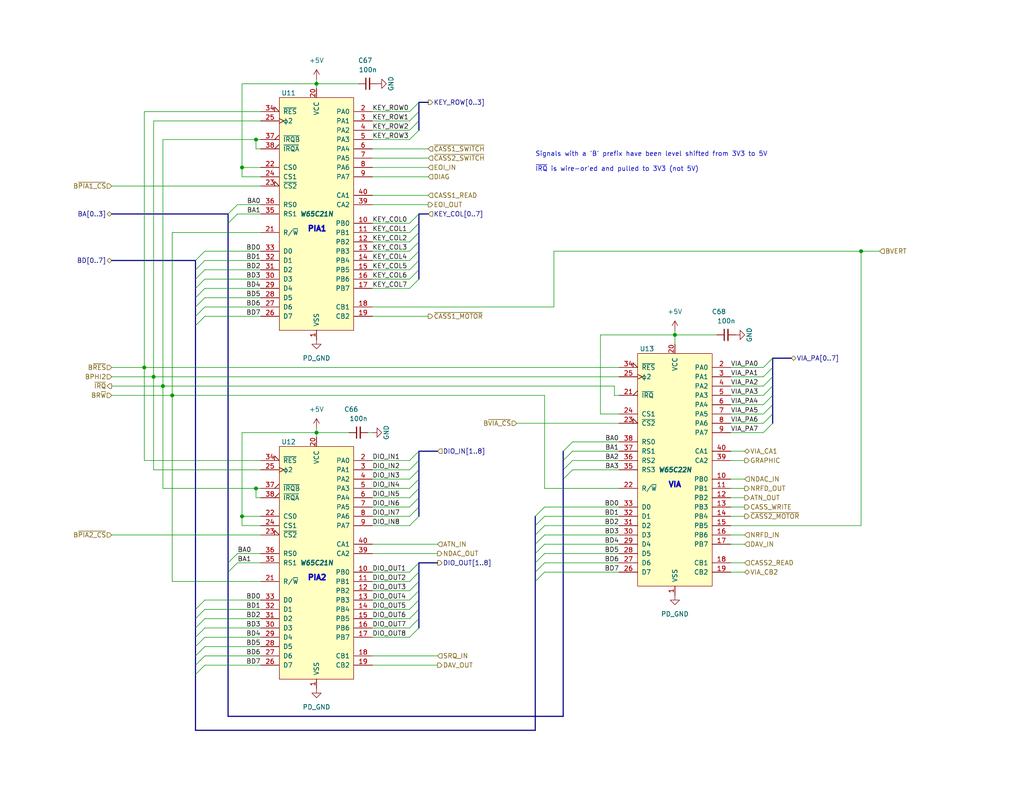
<source format=kicad_sch>
(kicad_sch (version 20211123) (generator eeschema)
  (paper "A")
  (title_block (title "EconoPET 40/8096") (date "2023-11-21") (rev "B"))
  (lib_symbols
    (symbol "Device:C_Small" (pin_numbers hide) (pin_names (offset 0.254) hide)
      (property "Reference" "C" (at 0.254 1.778 0))
      (property "Value" "C_Small" (at 0.254 -2.032 0))
      (symbol "C_Small_0_1"
        (polyline (pts (xy -1.524 -0.508) (xy 1.524 -0.508)) (stroke (width 0.3302)))
        (polyline (pts (xy -1.524 0.508) (xy 1.524 0.508)) (stroke (width 0.3048)))
      )
      (symbol "C_Small_1_1"
        (pin passive line (at 0 2.54 270) (length 2.032) (name "~") (number "1"))
        (pin passive line (at 0 -2.54 90) (length 2.032) (name "~") (number "2"))
      )
    )
    (symbol "Mainboard-rescue:W65C21NxP-PET" (pin_names (offset 1.016))
      (property "Reference" "U" (at -10.16 33.02 0))
      (property "Value" "W65C21NxP-PET" (at 0 0 90))
      (symbol "W65C21NxP-PET_0_1"
        (rectangle (start -10.16 31.75) (end 10.16 -31.75) (fill (type background)))
      )
      (symbol "W65C21NxP-PET_1_1"
        (pin power_in line (at 0 -34.29 90) (length 2.54) (name "VSS") (number "1"))
        (pin bidirectional line (at 15.24 -2.54 180) (length 5.08) (name "PB0") (number "10"))
        (pin bidirectional line (at 15.24 -5.08 180) (length 5.08) (name "PB1") (number "11"))
        (pin bidirectional line (at 15.24 -7.62 180) (length 5.08) (name "PB2") (number "12"))
        (pin bidirectional line (at 15.24 -10.16 180) (length 5.08) (name "PB3") (number "13"))
        (pin bidirectional line (at 15.24 -12.7 180) (length 5.08) (name "PB4") (number "14"))
        (pin bidirectional line (at 15.24 -15.24 180) (length 5.08) (name "PB5") (number "15"))
        (pin bidirectional line (at 15.24 -17.78 180) (length 5.08) (name "PB6") (number "16"))
        (pin bidirectional line (at 15.24 -20.32 180) (length 5.08) (name "PB7") (number "17"))
        (pin input line (at 15.24 -25.4 180) (length 5.08) (name "CB1") (number "18"))
        (pin bidirectional line (at 15.24 -27.94 180) (length 5.08) (name "CB2") (number "19"))
        (pin bidirectional line (at 15.24 27.94 180) (length 5.08) (name "PA0") (number "2"))
        (pin power_in line (at 0 34.29 270) (length 2.54) (name "VCC") (number "20"))
        (pin input line (at -15.24 -5.08 0) (length 5.08) (name "R/~{W}") (number "21"))
        (pin input line (at -15.24 12.7 0) (length 5.08) (name "CS0") (number "22"))
        (pin input input_low (at -15.24 7.62 0) (length 5.08) (name "~{CS2}") (number "23"))
        (pin input line (at -15.24 10.16 0) (length 5.08) (name "CS1") (number "24"))
        (pin input clock (at -15.24 25.4 0) (length 5.08) (name "ϕ2") (number "25"))
        (pin bidirectional line (at -15.24 -27.94 0) (length 5.08) (name "D7") (number "26"))
        (pin bidirectional line (at -15.24 -25.4 0) (length 5.08) (name "D6") (number "27"))
        (pin bidirectional line (at -15.24 -22.86 0) (length 5.08) (name "D5") (number "28"))
        (pin bidirectional line (at -15.24 -20.32 0) (length 5.08) (name "D4") (number "29"))
        (pin bidirectional line (at 15.24 25.4 180) (length 5.08) (name "PA1") (number "3"))
        (pin bidirectional line (at -15.24 -17.78 0) (length 5.08) (name "D3") (number "30"))
        (pin bidirectional line (at -15.24 -15.24 0) (length 5.08) (name "D2") (number "31"))
        (pin bidirectional line (at -15.24 -12.7 0) (length 5.08) (name "D1") (number "32"))
        (pin bidirectional line (at -15.24 -10.16 0) (length 5.08) (name "D0") (number "33"))
        (pin input input_low (at -15.24 27.94 0) (length 5.08) (name "~{RES}") (number "34"))
        (pin input line (at -15.24 0 0) (length 5.08) (name "RS1") (number "35"))
        (pin input line (at -15.24 2.54 0) (length 5.08) (name "RS0") (number "36"))
        (pin open_collector output_low (at -15.24 20.32 0) (length 5.08) (name "~{IRQB}") (number "37"))
        (pin open_collector output_low (at -15.24 17.78 0) (length 5.08) (name "~{IRQA}") (number "38"))
        (pin bidirectional line (at 15.24 2.54 180) (length 5.08) (name "CA2") (number "39"))
        (pin bidirectional line (at 15.24 22.86 180) (length 5.08) (name "PA2") (number "4"))
        (pin input line (at 15.24 5.08 180) (length 5.08) (name "CA1") (number "40"))
        (pin bidirectional line (at 15.24 20.32 180) (length 5.08) (name "PA3") (number "5"))
        (pin bidirectional line (at 15.24 17.78 180) (length 5.08) (name "PA4") (number "6"))
        (pin bidirectional line (at 15.24 15.24 180) (length 5.08) (name "PA5") (number "7"))
        (pin bidirectional line (at 15.24 12.7 180) (length 5.08) (name "PA6") (number "8"))
        (pin bidirectional line (at 15.24 10.16 180) (length 5.08) (name "PA7") (number "9"))
      )
    )
    (symbol "Mainboard-rescue:W65C22NxP-PET" (pin_names (offset 1.016))
      (property "Reference" "U" (at -10.16 33.02 0))
      (property "Value" "W65C22NxP-PET" (at 0 0 90))
      (symbol "W65C22NxP-PET_0_1"
        (rectangle (start -10.16 31.75) (end 10.16 -31.75) (fill (type background)))
      )
      (symbol "W65C22NxP-PET_1_1"
        (pin power_in line (at 0 -34.29 90) (length 2.54) (name "VSS") (number "1"))
        (pin bidirectional line (at 15.24 -2.54 180) (length 5.08) (name "PB0") (number "10"))
        (pin bidirectional line (at 15.24 -5.08 180) (length 5.08) (name "PB1") (number "11"))
        (pin bidirectional line (at 15.24 -7.62 180) (length 5.08) (name "PB2") (number "12"))
        (pin bidirectional line (at 15.24 -10.16 180) (length 5.08) (name "PB3") (number "13"))
        (pin bidirectional line (at 15.24 -12.7 180) (length 5.08) (name "PB4") (number "14"))
        (pin bidirectional line (at 15.24 -15.24 180) (length 5.08) (name "PB5") (number "15"))
        (pin bidirectional line (at 15.24 -17.78 180) (length 5.08) (name "PB6") (number "16"))
        (pin bidirectional line (at 15.24 -20.32 180) (length 5.08) (name "PB7") (number "17"))
        (pin input line (at 15.24 -25.4 180) (length 5.08) (name "CB1") (number "18"))
        (pin bidirectional line (at 15.24 -27.94 180) (length 5.08) (name "CB2") (number "19"))
        (pin bidirectional line (at 15.24 27.94 180) (length 5.08) (name "PA0") (number "2"))
        (pin power_in line (at 0 34.29 270) (length 2.54) (name "VCC") (number "20"))
        (pin open_collector output_low (at -15.24 20.32 0) (length 5.08) (name "~{IRQ}") (number "21"))
        (pin input line (at -15.24 -5.08 0) (length 5.08) (name "R/~{W}") (number "22"))
        (pin input input_low (at -15.24 12.7 0) (length 5.08) (name "~{CS2}") (number "23"))
        (pin input line (at -15.24 15.24 0) (length 5.08) (name "CS1") (number "24"))
        (pin input clock (at -15.24 25.4 0) (length 5.08) (name "ϕ2") (number "25"))
        (pin bidirectional line (at -15.24 -27.94 0) (length 5.08) (name "D7") (number "26"))
        (pin bidirectional line (at -15.24 -25.4 0) (length 5.08) (name "D6") (number "27"))
        (pin bidirectional line (at -15.24 -22.86 0) (length 5.08) (name "D5") (number "28"))
        (pin bidirectional line (at -15.24 -20.32 0) (length 5.08) (name "D4") (number "29"))
        (pin bidirectional line (at 15.24 25.4 180) (length 5.08) (name "PA1") (number "3"))
        (pin bidirectional line (at -15.24 -17.78 0) (length 5.08) (name "D3") (number "30"))
        (pin bidirectional line (at -15.24 -15.24 0) (length 5.08) (name "D2") (number "31"))
        (pin bidirectional line (at -15.24 -12.7 0) (length 5.08) (name "D1") (number "32"))
        (pin bidirectional line (at -15.24 -10.16 0) (length 5.08) (name "D0") (number "33"))
        (pin input input_low (at -15.24 27.94 0) (length 5.08) (name "~{RES}") (number "34"))
        (pin input line (at -15.24 0 0) (length 5.08) (name "RS3") (number "35"))
        (pin input line (at -15.24 2.54 0) (length 5.08) (name "RS2") (number "36"))
        (pin input line (at -15.24 5.08 0) (length 5.08) (name "RS1") (number "37"))
        (pin input line (at -15.24 7.62 0) (length 5.08) (name "RS0") (number "38"))
        (pin bidirectional line (at 15.24 2.54 180) (length 5.08) (name "CA2") (number "39"))
        (pin bidirectional line (at 15.24 22.86 180) (length 5.08) (name "PA2") (number "4"))
        (pin input line (at 15.24 5.08 180) (length 5.08) (name "CA1") (number "40"))
        (pin bidirectional line (at 15.24 20.32 180) (length 5.08) (name "PA3") (number "5"))
        (pin bidirectional line (at 15.24 17.78 180) (length 5.08) (name "PA4") (number "6"))
        (pin bidirectional line (at 15.24 15.24 180) (length 5.08) (name "PA5") (number "7"))
        (pin bidirectional line (at 15.24 12.7 180) (length 5.08) (name "PA6") (number "8"))
        (pin bidirectional line (at 15.24 10.16 180) (length 5.08) (name "PA7") (number "9"))
      )
    )
    (symbol "PET:PD_GND" (power) (pin_names (offset 0))
      (property "Value" "PD_GND" (at 0 -3.81 0))
      (symbol "PD_GND_0_1"
        (polyline (pts (xy 0 0) (xy 0 -1.27) (xy 1.27 -1.27) (xy 0 -2.54) (xy -1.27 -1.27) (xy 0 -1.27)))
      )
      (symbol "PD_GND_1_1"
        (pin power_in line (at 0 0 270) (length 0) hide (name "PD_GND") (number "1"))
      )
    )
    (symbol "power:+5V" (power) (pin_names (offset 0))
      (property "Value" "+5V" (at 0 3.556 0))
      (symbol "+5V_0_1"
        (polyline (pts (xy -0.762 1.27) (xy 0 2.54)))
        (polyline (pts (xy 0 0) (xy 0 2.54)))
        (polyline (pts (xy 0 2.54) (xy 0.762 1.27)))
      )
      (symbol "+5V_1_1"
        (pin power_in line (at 0 0 90) (length 0) hide (name "+5V") (number "1"))
      )
    )
    (symbol "power:GND" (power) (pin_names (offset 0))
      (property "Value" "GND" (at 0 -3.81 0))
      (symbol "GND_0_1"
        (polyline (pts (xy 0 0) (xy 0 -1.27) (xy 1.27 -1.27) (xy 0 -2.54) (xy -1.27 -1.27) (xy 0 -1.27)))
      )
      (symbol "GND_1_1"
        (pin power_in line (at 0 0 270) (length 0) hide (name "GND") (number "1"))
      )
    )
  )
  (junction (at 66.04 140.97))
  (junction (at 184.15 91.44))
  (junction (at 86.36 22.86))
  (junction (at 86.36 118.11))
  (junction (at 69.85 133.35))
  (junction (at 44.45 105.41))
  (junction (at 69.85 38.1))
  (junction (at 234.95 68.58))
  (junction (at 41.91 102.87))
  (junction (at 66.04 45.72))
  (junction (at 46.99 107.95))
  (junction (at 39.37 100.33))
  (bus_entry (at 55.88 163.83) (size -2.54 2.54))
  (bus_entry (at 55.88 86.36) (size -2.54 2.54))
  (bus_entry (at 156.21 120.65) (size -2.54 2.54))
  (bus_entry (at 111.76 76.2) (size 2.54 -2.54))
  (bus_entry (at 114.3 161.29) (size -2.54 2.54))
  (bus_entry (at 208.28 115.57) (size 2.54 -2.54))
  (bus_entry (at 64.77 58.42) (size -2.54 2.54))
  (bus_entry (at 148.59 153.67) (size -2.54 2.54))
  (bus_entry (at 55.88 166.37) (size -2.54 2.54))
  (bus_entry (at 208.28 105.41) (size 2.54 -2.54))
  (bus_entry (at 114.3 158.75) (size -2.54 2.54))
  (bus_entry (at 208.28 100.33) (size 2.54 -2.54))
  (bus_entry (at 114.3 27.94) (size -2.54 2.54))
  (bus_entry (at 111.76 78.74) (size 2.54 -2.54))
  (bus_entry (at 114.3 30.48) (size -2.54 2.54))
  (bus_entry (at 55.88 73.66) (size -2.54 2.54))
  (bus_entry (at 148.59 138.43) (size -2.54 2.54))
  (bus_entry (at 111.76 71.12) (size 2.54 -2.54))
  (bus_entry (at 114.3 35.56) (size -2.54 2.54))
  (bus_entry (at 111.76 60.96) (size 2.54 -2.54))
  (bus_entry (at 114.3 133.35) (size -2.54 2.54))
  (bus_entry (at 114.3 140.97) (size -2.54 2.54))
  (bus_entry (at 208.28 118.11) (size 2.54 -2.54))
  (bus_entry (at 64.77 151.13) (size -2.54 2.54))
  (bus_entry (at 111.76 73.66) (size 2.54 -2.54))
  (bus_entry (at 55.88 78.74) (size -2.54 2.54))
  (bus_entry (at 114.3 168.91) (size -2.54 2.54))
  (bus_entry (at 156.21 123.19) (size -2.54 2.54))
  (bus_entry (at 114.3 128.27) (size -2.54 2.54))
  (bus_entry (at 114.3 33.02) (size -2.54 2.54))
  (bus_entry (at 208.28 107.95) (size 2.54 -2.54))
  (bus_entry (at 55.88 83.82) (size -2.54 2.54))
  (bus_entry (at 114.3 138.43) (size -2.54 2.54))
  (bus_entry (at 55.88 173.99) (size -2.54 2.54))
  (bus_entry (at 148.59 143.51) (size -2.54 2.54))
  (bus_entry (at 148.59 140.97) (size -2.54 2.54))
  (bus_entry (at 148.59 156.21) (size -2.54 2.54))
  (bus_entry (at 148.59 146.05) (size -2.54 2.54))
  (bus_entry (at 111.76 63.5) (size 2.54 -2.54))
  (bus_entry (at 114.3 123.19) (size -2.54 2.54))
  (bus_entry (at 114.3 166.37) (size -2.54 2.54))
  (bus_entry (at 156.21 128.27) (size -2.54 2.54))
  (bus_entry (at 208.28 110.49) (size 2.54 -2.54))
  (bus_entry (at 156.21 125.73) (size -2.54 2.54))
  (bus_entry (at 55.88 168.91) (size -2.54 2.54))
  (bus_entry (at 111.76 68.58) (size 2.54 -2.54))
  (bus_entry (at 64.77 153.67) (size -2.54 2.54))
  (bus_entry (at 114.3 163.83) (size -2.54 2.54))
  (bus_entry (at 55.88 176.53) (size -2.54 2.54))
  (bus_entry (at 55.88 76.2) (size -2.54 2.54))
  (bus_entry (at 55.88 179.07) (size -2.54 2.54))
  (bus_entry (at 55.88 171.45) (size -2.54 2.54))
  (bus_entry (at 148.59 148.59) (size -2.54 2.54))
  (bus_entry (at 55.88 68.58) (size -2.54 2.54))
  (bus_entry (at 114.3 171.45) (size -2.54 2.54))
  (bus_entry (at 114.3 130.81) (size -2.54 2.54))
  (bus_entry (at 114.3 156.21) (size -2.54 2.54))
  (bus_entry (at 114.3 125.73) (size -2.54 2.54))
  (bus_entry (at 64.77 55.88) (size -2.54 2.54))
  (bus_entry (at 111.76 66.04) (size 2.54 -2.54))
  (bus_entry (at 208.28 102.87) (size 2.54 -2.54))
  (bus_entry (at 114.3 135.89) (size -2.54 2.54))
  (bus_entry (at 148.59 151.13) (size -2.54 2.54))
  (bus_entry (at 55.88 81.28) (size -2.54 2.54))
  (bus_entry (at 208.28 113.03) (size 2.54 -2.54))
  (bus_entry (at 55.88 71.12) (size -2.54 2.54))
  (bus_entry (at 55.88 181.61) (size -2.54 2.54))
  (bus_entry (at 114.3 153.67) (size -2.54 2.54))
  (wire (pts (xy 101.6 168.91) (xy 111.76 168.91)))
  (wire (pts (xy 69.85 135.89) (xy 69.85 133.35)))
  (wire (pts (xy 71.12 128.27) (xy 41.91 128.27)))
  (bus (pts (xy 114.3 161.29) (xy 114.3 163.83)))
  (wire (pts (xy 101.6 43.18) (xy 116.84 43.18)))
  (wire (pts (xy 55.88 181.61) (xy 71.12 181.61)))
  (wire (pts (xy 101.6 125.73) (xy 111.76 125.73)))
  (wire (pts (xy 148.59 133.35) (xy 148.59 107.95)))
  (bus (pts (xy 146.05 148.59) (xy 146.05 151.13)))
  (wire (pts (xy 203.2 123.19) (xy 199.39 123.19)))
  (wire (pts (xy 101.6 86.36) (xy 116.84 86.36)))
  (bus (pts (xy 114.3 153.67) (xy 114.3 156.21)))
  (wire (pts (xy 86.36 22.86) (xy 97.79 22.86)))
  (wire (pts (xy 86.36 22.86) (xy 86.36 24.13)))
  (bus (pts (xy 114.3 30.48) (xy 114.3 33.02)))
  (bus (pts (xy 114.3 135.89) (xy 114.3 138.43)))
  (wire (pts (xy 199.39 105.41) (xy 208.28 105.41)))
  (wire (pts (xy 101.6 48.26) (xy 116.84 48.26)))
  (wire (pts (xy 184.15 90.17) (xy 184.15 91.44)))
  (wire (pts (xy 39.37 100.33) (xy 168.91 100.33)))
  (wire (pts (xy 199.39 135.89) (xy 203.2 135.89)))
  (bus (pts (xy 114.3 123.19) (xy 114.3 125.73)))
  (wire (pts (xy 199.39 102.87) (xy 208.28 102.87)))
  (wire (pts (xy 234.95 68.58) (xy 234.95 143.51)))
  (wire (pts (xy 86.36 116.84) (xy 86.36 118.11)))
  (wire (pts (xy 55.88 81.28) (xy 71.12 81.28)))
  (wire (pts (xy 66.04 118.11) (xy 86.36 118.11)))
  (wire (pts (xy 101.6 173.99) (xy 111.76 173.99)))
  (wire (pts (xy 55.88 73.66) (xy 71.12 73.66)))
  (wire (pts (xy 66.04 143.51) (xy 71.12 143.51)))
  (wire (pts (xy 71.12 135.89) (xy 69.85 135.89)))
  (bus (pts (xy 114.3 33.02) (xy 114.3 35.56)))
  (bus (pts (xy 62.23 153.67) (xy 62.23 156.21)))
  (wire (pts (xy 151.13 68.58) (xy 234.95 68.58)))
  (wire (pts (xy 111.76 76.2) (xy 101.6 76.2)))
  (wire (pts (xy 44.45 133.35) (xy 44.45 105.41)))
  (wire (pts (xy 101.6 128.27) (xy 111.76 128.27)))
  (wire (pts (xy 101.6 166.37) (xy 111.76 166.37)))
  (bus (pts (xy 153.67 125.73) (xy 153.67 128.27)))
  (wire (pts (xy 184.15 91.44) (xy 195.58 91.44)))
  (wire (pts (xy 199.39 140.97) (xy 203.2 140.97)))
  (wire (pts (xy 101.6 161.29) (xy 111.76 161.29)))
  (wire (pts (xy 199.39 110.49) (xy 208.28 110.49)))
  (wire (pts (xy 148.59 151.13) (xy 168.91 151.13)))
  (wire (pts (xy 148.59 107.95) (xy 46.99 107.95)))
  (wire (pts (xy 69.85 133.35) (xy 44.45 133.35)))
  (bus (pts (xy 53.34 171.45) (xy 53.34 173.99)))
  (wire (pts (xy 64.77 58.42) (xy 71.12 58.42)))
  (wire (pts (xy 199.39 143.51) (xy 234.95 143.51)))
  (wire (pts (xy 55.88 78.74) (xy 71.12 78.74)))
  (wire (pts (xy 55.88 163.83) (xy 71.12 163.83)))
  (bus (pts (xy 53.34 181.61) (xy 53.34 184.15)))
  (bus (pts (xy 114.3 133.35) (xy 114.3 135.89)))
  (wire (pts (xy 148.59 153.67) (xy 168.91 153.67)))
  (bus (pts (xy 210.82 97.79) (xy 215.9 97.79)))
  (bus (pts (xy 114.3 63.5) (xy 114.3 66.04)))
  (bus (pts (xy 146.05 158.75) (xy 146.05 199.39)))
  (wire (pts (xy 46.99 158.75) (xy 46.99 107.95)))
  (wire (pts (xy 111.76 60.96) (xy 101.6 60.96)))
  (bus (pts (xy 114.3 71.12) (xy 114.3 73.66)))
  (bus (pts (xy 62.23 58.42) (xy 62.23 60.96)))
  (wire (pts (xy 66.04 45.72) (xy 66.04 48.26)))
  (bus (pts (xy 210.82 113.03) (xy 210.82 115.57)))
  (wire (pts (xy 66.04 140.97) (xy 66.04 143.51)))
  (wire (pts (xy 163.83 91.44) (xy 184.15 91.44)))
  (wire (pts (xy 111.76 30.48) (xy 101.6 30.48)))
  (wire (pts (xy 66.04 48.26) (xy 71.12 48.26)))
  (bus (pts (xy 114.3 166.37) (xy 114.3 168.91)))
  (bus (pts (xy 114.3 68.58) (xy 114.3 71.12)))
  (wire (pts (xy 55.88 83.82) (xy 71.12 83.82)))
  (wire (pts (xy 66.04 45.72) (xy 71.12 45.72)))
  (wire (pts (xy 156.21 120.65) (xy 168.91 120.65)))
  (wire (pts (xy 148.59 156.21) (xy 168.91 156.21)))
  (wire (pts (xy 199.39 115.57) (xy 208.28 115.57)))
  (wire (pts (xy 71.12 33.02) (xy 41.91 33.02)))
  (wire (pts (xy 101.6 40.64) (xy 116.84 40.64)))
  (wire (pts (xy 101.6 55.88) (xy 116.84 55.88)))
  (wire (pts (xy 44.45 105.41) (xy 167.64 105.41)))
  (wire (pts (xy 101.6 156.21) (xy 111.76 156.21)))
  (wire (pts (xy 151.13 68.58) (xy 151.13 83.82)))
  (bus (pts (xy 53.34 81.28) (xy 53.34 83.82)))
  (wire (pts (xy 111.76 63.5) (xy 101.6 63.5)))
  (wire (pts (xy 168.91 123.19) (xy 156.21 123.19)))
  (wire (pts (xy 101.6 171.45) (xy 111.76 171.45)))
  (wire (pts (xy 66.04 118.11) (xy 66.04 140.97)))
  (wire (pts (xy 101.6 45.72) (xy 116.84 45.72)))
  (bus (pts (xy 114.3 58.42) (xy 116.84 58.42)))
  (bus (pts (xy 146.05 140.97) (xy 146.05 143.51)))
  (wire (pts (xy 148.59 146.05) (xy 168.91 146.05)))
  (wire (pts (xy 41.91 33.02) (xy 41.91 102.87)))
  (wire (pts (xy 69.85 38.1) (xy 44.45 38.1)))
  (wire (pts (xy 64.77 55.88) (xy 71.12 55.88)))
  (bus (pts (xy 62.23 58.42) (xy 30.48 58.42)))
  (bus (pts (xy 114.3 158.75) (xy 114.3 161.29)))
  (wire (pts (xy 101.6 181.61) (xy 119.38 181.61)))
  (wire (pts (xy 168.91 133.35) (xy 148.59 133.35)))
  (wire (pts (xy 101.6 179.07) (xy 119.38 179.07)))
  (wire (pts (xy 66.04 22.86) (xy 66.04 45.72)))
  (wire (pts (xy 71.12 30.48) (xy 39.37 30.48)))
  (wire (pts (xy 71.12 146.05) (xy 30.48 146.05)))
  (wire (pts (xy 101.6 158.75) (xy 111.76 158.75)))
  (wire (pts (xy 101.6 83.82) (xy 151.13 83.82)))
  (wire (pts (xy 101.6 163.83) (xy 111.76 163.83)))
  (wire (pts (xy 163.83 113.03) (xy 163.83 91.44)))
  (wire (pts (xy 199.39 146.05) (xy 203.2 146.05)))
  (wire (pts (xy 234.95 68.58) (xy 240.03 68.58)))
  (wire (pts (xy 101.6 143.51) (xy 111.76 143.51)))
  (wire (pts (xy 111.76 35.56) (xy 101.6 35.56)))
  (wire (pts (xy 203.2 156.21) (xy 199.39 156.21)))
  (wire (pts (xy 55.88 68.58) (xy 71.12 68.58)))
  (wire (pts (xy 111.76 68.58) (xy 101.6 68.58)))
  (bus (pts (xy 210.82 110.49) (xy 210.82 113.03)))
  (wire (pts (xy 199.39 133.35) (xy 203.2 133.35)))
  (bus (pts (xy 114.3 27.94) (xy 114.3 30.48)))
  (wire (pts (xy 71.12 40.64) (xy 69.85 40.64)))
  (wire (pts (xy 199.39 130.81) (xy 203.2 130.81)))
  (wire (pts (xy 111.76 73.66) (xy 101.6 73.66)))
  (bus (pts (xy 153.67 123.19) (xy 153.67 125.73)))
  (bus (pts (xy 53.34 76.2) (xy 53.34 78.74)))
  (bus (pts (xy 53.34 78.74) (xy 53.34 81.28)))
  (wire (pts (xy 69.85 40.64) (xy 69.85 38.1)))
  (wire (pts (xy 148.59 140.97) (xy 168.91 140.97)))
  (wire (pts (xy 41.91 102.87) (xy 168.91 102.87)))
  (wire (pts (xy 101.6 140.97) (xy 111.76 140.97)))
  (bus (pts (xy 114.3 73.66) (xy 114.3 76.2)))
  (wire (pts (xy 101.6 53.34) (xy 116.84 53.34)))
  (bus (pts (xy 53.34 83.82) (xy 53.34 86.36)))
  (wire (pts (xy 46.99 63.5) (xy 46.99 107.95)))
  (wire (pts (xy 101.6 118.11) (xy 100.33 118.11)))
  (bus (pts (xy 53.34 173.99) (xy 53.34 176.53)))
  (wire (pts (xy 55.88 171.45) (xy 71.12 171.45)))
  (wire (pts (xy 156.21 128.27) (xy 168.91 128.27)))
  (wire (pts (xy 111.76 66.04) (xy 101.6 66.04)))
  (wire (pts (xy 39.37 125.73) (xy 39.37 100.33)))
  (wire (pts (xy 66.04 22.86) (xy 86.36 22.86)))
  (wire (pts (xy 44.45 38.1) (xy 44.45 105.41)))
  (wire (pts (xy 71.12 50.8) (xy 30.48 50.8)))
  (wire (pts (xy 69.85 133.35) (xy 71.12 133.35)))
  (bus (pts (xy 146.05 151.13) (xy 146.05 153.67)))
  (wire (pts (xy 55.88 86.36) (xy 71.12 86.36)))
  (wire (pts (xy 71.12 63.5) (xy 46.99 63.5)))
  (wire (pts (xy 199.39 113.03) (xy 208.28 113.03)))
  (bus (pts (xy 53.34 176.53) (xy 53.34 179.07)))
  (wire (pts (xy 163.83 113.03) (xy 168.91 113.03)))
  (bus (pts (xy 146.05 153.67) (xy 146.05 156.21)))
  (wire (pts (xy 111.76 38.1) (xy 101.6 38.1)))
  (wire (pts (xy 101.6 130.81) (xy 111.76 130.81)))
  (wire (pts (xy 184.15 91.44) (xy 184.15 93.98)))
  (bus (pts (xy 53.34 86.36) (xy 53.34 88.9)))
  (bus (pts (xy 53.34 184.15) (xy 53.34 199.39)))
  (bus (pts (xy 114.3 125.73) (xy 114.3 128.27)))
  (wire (pts (xy 111.76 78.74) (xy 101.6 78.74)))
  (wire (pts (xy 148.59 138.43) (xy 168.91 138.43)))
  (wire (pts (xy 101.6 151.13) (xy 119.38 151.13)))
  (wire (pts (xy 55.88 168.91) (xy 71.12 168.91)))
  (wire (pts (xy 167.64 105.41) (xy 167.64 107.95)))
  (bus (pts (xy 146.05 143.51) (xy 146.05 146.05)))
  (wire (pts (xy 55.88 71.12) (xy 71.12 71.12)))
  (bus (pts (xy 153.67 128.27) (xy 153.67 130.81)))
  (bus (pts (xy 114.3 128.27) (xy 114.3 130.81)))
  (bus (pts (xy 114.3 123.19) (xy 119.38 123.19)))
  (wire (pts (xy 199.39 125.73) (xy 203.2 125.73)))
  (wire (pts (xy 30.48 105.41) (xy 44.45 105.41)))
  (bus (pts (xy 210.82 100.33) (xy 210.82 102.87)))
  (wire (pts (xy 71.12 125.73) (xy 39.37 125.73)))
  (wire (pts (xy 64.77 153.67) (xy 71.12 153.67)))
  (wire (pts (xy 156.21 125.73) (xy 168.91 125.73)))
  (bus (pts (xy 62.23 195.58) (xy 153.67 195.58)))
  (wire (pts (xy 55.88 179.07) (xy 71.12 179.07)))
  (bus (pts (xy 114.3 66.04) (xy 114.3 68.58)))
  (wire (pts (xy 101.6 135.89) (xy 111.76 135.89)))
  (bus (pts (xy 153.67 130.81) (xy 153.67 195.58)))
  (wire (pts (xy 111.76 33.02) (xy 101.6 33.02)))
  (wire (pts (xy 148.59 148.59) (xy 168.91 148.59)))
  (bus (pts (xy 30.48 71.12) (xy 53.34 71.12)))
  (wire (pts (xy 199.39 100.33) (xy 208.28 100.33)))
  (bus (pts (xy 114.3 163.83) (xy 114.3 166.37)))
  (wire (pts (xy 167.64 107.95) (xy 168.91 107.95)))
  (bus (pts (xy 146.05 156.21) (xy 146.05 158.75)))
  (wire (pts (xy 39.37 100.33) (xy 30.48 100.33)))
  (wire (pts (xy 86.36 21.59) (xy 86.36 22.86)))
  (bus (pts (xy 210.82 107.95) (xy 210.82 110.49)))
  (wire (pts (xy 199.39 107.95) (xy 208.28 107.95)))
  (wire (pts (xy 148.59 143.51) (xy 168.91 143.51)))
  (bus (pts (xy 114.3 27.94) (xy 116.84 27.94)))
  (wire (pts (xy 101.6 138.43) (xy 111.76 138.43)))
  (wire (pts (xy 86.36 118.11) (xy 86.36 119.38)))
  (wire (pts (xy 199.39 138.43) (xy 203.2 138.43)))
  (bus (pts (xy 114.3 60.96) (xy 114.3 63.5)))
  (wire (pts (xy 55.88 76.2) (xy 71.12 76.2)))
  (bus (pts (xy 114.3 138.43) (xy 114.3 140.97)))
  (bus (pts (xy 53.34 166.37) (xy 53.34 168.91)))
  (bus (pts (xy 146.05 146.05) (xy 146.05 148.59)))
  (bus (pts (xy 53.34 73.66) (xy 53.34 76.2)))
  (bus (pts (xy 114.3 156.21) (xy 114.3 158.75)))
  (bus (pts (xy 114.3 130.81) (xy 114.3 133.35)))
  (wire (pts (xy 39.37 30.48) (xy 39.37 100.33)))
  (wire (pts (xy 55.88 166.37) (xy 71.12 166.37)))
  (bus (pts (xy 62.23 156.21) (xy 62.23 195.58)))
  (bus (pts (xy 114.3 153.67) (xy 119.38 153.67)))
  (bus (pts (xy 62.23 60.96) (xy 62.23 153.67)))
  (wire (pts (xy 199.39 153.67) (xy 203.2 153.67)))
  (wire (pts (xy 41.91 128.27) (xy 41.91 102.87)))
  (bus (pts (xy 53.34 88.9) (xy 53.34 166.37)))
  (wire (pts (xy 30.48 107.95) (xy 46.99 107.95)))
  (wire (pts (xy 55.88 173.99) (xy 71.12 173.99)))
  (wire (pts (xy 101.6 148.59) (xy 119.38 148.59)))
  (wire (pts (xy 69.85 38.1) (xy 71.12 38.1)))
  (bus (pts (xy 53.34 179.07) (xy 53.34 181.61)))
  (bus (pts (xy 53.34 71.12) (xy 53.34 73.66)))
  (bus (pts (xy 53.34 168.91) (xy 53.34 171.45)))
  (wire (pts (xy 71.12 158.75) (xy 46.99 158.75)))
  (bus (pts (xy 114.3 168.91) (xy 114.3 171.45)))
  (wire (pts (xy 66.04 140.97) (xy 71.12 140.97)))
  (bus (pts (xy 210.82 105.41) (xy 210.82 107.95)))
  (bus (pts (xy 114.3 58.42) (xy 114.3 60.96)))
  (wire (pts (xy 140.97 115.57) (xy 168.91 115.57)))
  (wire (pts (xy 55.88 176.53) (xy 71.12 176.53)))
  (bus (pts (xy 53.34 199.39) (xy 146.05 199.39)))
  (wire (pts (xy 111.76 71.12) (xy 101.6 71.12)))
  (wire (pts (xy 199.39 148.59) (xy 203.2 148.59)))
  (bus (pts (xy 210.82 102.87) (xy 210.82 105.41)))
  (wire (pts (xy 199.39 118.11) (xy 208.28 118.11)))
  (wire (pts (xy 86.36 118.11) (xy 95.25 118.11)))
  (wire (pts (xy 64.77 151.13) (xy 71.12 151.13)))
  (wire (pts (xy 30.48 102.87) (xy 41.91 102.87)))
  (bus (pts (xy 210.82 97.79) (xy 210.82 100.33)))
  (wire (pts (xy 101.6 133.35) (xy 111.76 133.35)))
  (text "PIA1" (at 83.82 63.5 0) (effects (font (size 1.5 1.5) (thickness 0.8) bold) (justify left bottom)))
  (text "PIA2" (at 83.82 158.75 0) (effects (font (size 1.5 1.5) (thickness 0.8) bold) (justify left bottom)))
  (text "Signals with a 'B' prefix have been level shifted from 3V3 to 5V\n\n~{IRQ} is wire-or'ed and pulled to 3V3 (not 5V)" (at 146.05 46.99 0) (effects (font (size 1.27 1.27)) (justify left bottom)))
  (text "VIA" (at 182.245 133.35 0) (effects (font (size 1.5 1.5) (thickness 0.8) bold) (justify left bottom)))
  (label "KEY_COL5" (at 101.6 73.66 0))
  (label "BA1" (at 71.12 58.42 180))
  (label "BD2" (at 168.91 143.51 180))
  (label "BA0" (at 165.1 120.65 0))
  (label "BD3" (at 71.12 76.2 180))
  (label "BD3" (at 71.12 171.45 180))
  (label "BD5" (at 168.91 151.13 180))
  (label "VIA_PA2" (at 199.39 105.41 0))
  (label "VIA_PA7" (at 199.39 118.11 0))
  (label "DIO_OUT3" (at 101.6 161.29 0))
  (label "DIO_OUT6" (at 101.6 168.91 0))
  (label "DIO_IN6" (at 101.6 138.43 0))
  (label "BD1" (at 71.12 166.37 180))
  (label "VIA_PA0" (at 199.39 100.33 0))
  (label "BD4" (at 71.12 78.74 180))
  (label "BA3" (at 165.1 128.27 0))
  (label "BD2" (at 71.12 73.66 180))
  (label "KEY_COL1" (at 101.6 63.5 0))
  (label "BD0" (at 168.91 138.43 180))
  (label "BD7" (at 71.12 181.61 180))
  (label "BD5" (at 71.12 81.28 180))
  (label "KEY_COL4" (at 101.6 71.12 0))
  (label "VIA_PA3" (at 199.39 107.95 0))
  (label "BD1" (at 71.12 71.12 180))
  (label "BD3" (at 168.91 146.05 180))
  (label "BA0" (at 68.58 151.13 180))
  (label "VIA_PA6" (at 199.39 115.57 0))
  (label "DIO_IN2" (at 101.6 128.27 0))
  (label "BD5" (at 71.12 176.53 180))
  (label "DIO_OUT5" (at 101.6 166.37 0))
  (label "BD4" (at 71.12 173.99 180))
  (label "DIO_IN3" (at 101.6 130.81 0))
  (label "BD7" (at 71.12 86.36 180))
  (label "BA2" (at 165.1 125.73 0))
  (label "DIO_IN5" (at 101.6 135.89 0))
  (label "VIA_PA4" (at 199.39 110.49 0))
  (label "KEY_COL7" (at 101.6 78.74 0))
  (label "KEY_ROW3" (at 101.6 38.1 0))
  (label "KEY_COL3" (at 101.6 68.58 0))
  (label "DIO_OUT4" (at 101.6 163.83 0))
  (label "VIA_PA5" (at 199.39 113.03 0))
  (label "KEY_ROW2" (at 101.6 35.56 0))
  (label "KEY_ROW1" (at 101.6 33.02 0))
  (label "DIO_OUT7" (at 101.6 171.45 0))
  (label "BA1" (at 68.58 153.67 180))
  (label "BD0" (at 71.12 163.83 180))
  (label "DIO_IN7" (at 101.6 140.97 0))
  (label "BD6" (at 71.12 83.82 180))
  (label "KEY_ROW0" (at 101.6 30.48 0))
  (label "DIO_IN8" (at 101.6 143.51 0))
  (label "KEY_COL6" (at 101.6 76.2 0))
  (label "BD7" (at 168.91 156.21 180))
  (label "DIO_IN4" (at 101.6 133.35 0))
  (label "BD4" (at 168.91 148.59 180))
  (label "KEY_COL2" (at 101.6 66.04 0))
  (label "KEY_COL0" (at 101.6 60.96 0))
  (label "VIA_PA1" (at 199.39 102.87 0))
  (label "DIO_IN1" (at 101.6 125.73 0))
  (label "BA1" (at 165.1 123.19 0))
  (label "DIO_OUT8" (at 101.6 173.99 0))
  (label "BD6" (at 168.91 153.67 180))
  (label "BD0" (at 71.12 68.58 180))
  (label "BA0" (at 71.12 55.88 180))
  (label "BD6" (at 71.12 179.07 180))
  (label "DIO_OUT1" (at 101.6 156.21 0))
  (label "BD2" (at 71.12 168.91 180))
  (label "DIO_OUT2" (at 101.6 158.75 0))
  (label "BD1" (at 168.91 140.97 180))
  (hierarchical_label "B~{PIA1_CS}" (shape input) (at 30.48 50.8 180))
  (hierarchical_label "B~{RES}" (shape input) (at 30.48 100.33 180))
  (hierarchical_label "GRAPHIC" (shape output) (at 203.2 125.73 0))
  (hierarchical_label "ATN_IN" (shape input) (at 119.38 148.59 0))
  (hierarchical_label "~{CASS1_SWITCH}" (shape input) (at 116.84 40.64 0))
  (hierarchical_label "B~{PIA2_CS}" (shape input) (at 30.48 146.05 180))
  (hierarchical_label "DIO_OUT[1..8]" (shape output) (at 119.38 153.67 0))
  (hierarchical_label "BA[0..3]" (shape bidirectional) (at 30.48 58.42 180))
  (hierarchical_label "NDAC_IN" (shape input) (at 203.2 130.81 0))
  (hierarchical_label "KEY_COL[0..7]" (shape input) (at 116.84 58.42 0))
  (hierarchical_label "DAV_OUT" (shape output) (at 119.38 181.61 0))
  (hierarchical_label "BVERT" (shape input) (at 240.03 68.58 0))
  (hierarchical_label "~{CASS2_MOTOR}" (shape output) (at 203.2 140.97 0))
  (hierarchical_label "~{IRQ}" (shape output) (at 30.48 105.41 180))
  (hierarchical_label "SRQ_IN" (shape input) (at 119.38 179.07 0))
  (hierarchical_label "EOI_IN" (shape input) (at 116.84 45.72 0))
  (hierarchical_label "KEY_ROW[0..3]" (shape output) (at 116.84 27.94 0))
  (hierarchical_label "DAV_IN" (shape input) (at 203.2 148.59 0))
  (hierarchical_label "EOI_OUT" (shape output) (at 116.84 55.88 0))
  (hierarchical_label "~{CASS2_SWITCH}" (shape input) (at 116.84 43.18 0))
  (hierarchical_label "BPHI2" (shape input) (at 30.48 102.87 180))
  (hierarchical_label "VIA_CB2" (shape bidirectional) (at 203.2 156.21 0))
  (hierarchical_label "VIA_CA1" (shape bidirectional) (at 203.2 123.19 0))
  (hierarchical_label "BD[0..7]" (shape bidirectional) (at 30.48 71.12 180))
  (hierarchical_label "NRFD_OUT" (shape output) (at 203.2 133.35 0))
  (hierarchical_label "NDAC_OUT" (shape output) (at 119.38 151.13 0))
  (hierarchical_label "CASS1_READ" (shape input) (at 116.84 53.34 0))
  (hierarchical_label "CASS_WRITE" (shape output) (at 203.2 138.43 0))
  (hierarchical_label "NRFD_IN" (shape input) (at 203.2 146.05 0))
  (hierarchical_label "BR~{W}" (shape input) (at 30.48 107.95 180))
  (hierarchical_label "DIO_IN[1..8]" (shape input) (at 119.38 123.19 0))
  (hierarchical_label "B~{VIA_CS}" (shape input) (at 140.97 115.57 180))
  (hierarchical_label "VIA_PA[0..7]" (shape bidirectional) (at 215.9 97.79 0))
  (hierarchical_label "DIAG" (shape input) (at 116.84 48.26 0))
  (hierarchical_label "ATN_OUT" (shape output) (at 203.2 135.89 0))
  (hierarchical_label "CASS2_READ" (shape input) (at 203.2 153.67 0))
  (hierarchical_label "~{CASS1_MOTOR}" (shape output) (at 116.84 86.36 0))
  (symbol (lib_id "Mainboard-rescue:W65C21NxP-PET") (at 86.36 153.67 0) (unit 1)
    (property "Reference" "U12" (at 78.74 120.65 0))
    (property "Value" "W65C21N" (at 86.36 153.67 0) (effects (font bold italic)))
    (property "Footprint" "Package_DIP:DIP-40_W15.24mm_Socket" (effects hide))
    (property "Datasheet" "https://www.mouser.com/datasheet/2/436/w65c21-661.pdf" (effects hide))
    (property "MOUSER" "955-W65C21N6TPG-14,571-1-2199299-5" (effects hide))
  )
  (symbol (lib_id "Mainboard-rescue:W65C22NxP-PET") (at 184.15 128.27 0) (unit 1)
    (property "Reference" "U13" (at 176.53 95.25 0))
    (property "Value" "W65C22N" (at 184.15 128.27 0) (effects (font bold italic)))
    (property "Footprint" "Package_DIP:DIP-40_W15.24mm_Socket" (effects hide))
    (property "Datasheet" "https://www.mouser.com/datasheet/2/436/w65c22-1197.pdf" (effects hide))
    (property "MOUSER" "955-W65C22N6TPG-14,571-1-2199299-5" (effects hide))
  )
  (symbol (lib_id "Mainboard-rescue:W65C21NxP-PET") (at 86.36 58.42 0) (unit 1)
    (property "Reference" "U11" (at 78.74 25.4 0))
    (property "Value" "W65C21N" (at 86.36 58.42 0) (effects (font bold italic)))
    (property "Footprint" "Package_DIP:DIP-40_W15.24mm_Socket" (effects hide))
    (property "Datasheet" "https://www.mouser.com/datasheet/2/436/w65c21-661.pdf" (effects hide))
    (property "MOUSER" "955-W65C21N6TPG-14,571-1-2199299-5" (effects hide))
  )
  (symbol (lib_id "Device:C_Small") (at 97.79 118.11 90) (unit 1)
    (property "Reference" "C66" (at 97.79 111.76 90) (effects (justify left)))
    (property "Value" "100n" (at 100.33 114.3 90) (effects (justify left)))
    (property "Footprint" "Capacitor_SMD:C_0402_1005Metric" (effects hide))
    (property "Datasheet" "https://datasheet.lcsc.com/lcsc/2304140030_Samsung-Electro-Mechanics-CL05B104KB54PNC_C307331.pdf" (effects hide))
    (property "LCSC" "C307331" (effects hide))
  )
  (symbol (lib_id "Device:C_Small") (at 100.33 22.86 90) (unit 1)
    (property "Reference" "C67" (at 101.6 16.51 90) (effects (justify left)))
    (property "Value" "100n" (at 102.87 19.05 90) (effects (justify left)))
    (property "Footprint" "Capacitor_SMD:C_0402_1005Metric" (effects hide))
    (property "Datasheet" "https://datasheet.lcsc.com/lcsc/2304140030_Samsung-Electro-Mechanics-CL05B104KB54PNC_C307331.pdf" (effects hide))
    (property "LCSC" "C307331" (effects hide))
  )
  (symbol (lib_id "Device:C_Small") (at 198.12 91.44 90) (unit 1)
    (property "Reference" "C68" (at 198.12 85.09 90) (effects (justify left)))
    (property "Value" "100n" (at 200.66 87.63 90) (effects (justify left)))
    (property "Footprint" "Capacitor_SMD:C_0402_1005Metric" (effects hide))
    (property "Datasheet" "https://datasheet.lcsc.com/lcsc/2304140030_Samsung-Electro-Mechanics-CL05B104KB54PNC_C307331.pdf" (effects hide))
    (property "LCSC" "C307331" (effects hide))
  )
  (symbol (lib_id "PET:PD_GND") (at 86.36 187.96 0) (unit 1)
    (property "Reference" "#PWR091" (effects hide))
    (property "Value" "PD_GND" (at 86.36 193.04 0))
  )
  (symbol (lib_id "power:+5V") (at 86.36 21.59 0) (unit 1)
    (property "Reference" "#PWR088" (effects hide))
    (property "Value" "+5V" (at 86.36 16.51 0))
  )
  (symbol (lib_id "power:GND") (at 101.6 118.11 90) (unit 1)
    (property "Reference" "#PWR092" (effects hide))
    (property "Value" "GND" (at 105.41 118.11 0))
  )
  (symbol (lib_id "power:GND") (at 102.87 22.86 90) (unit 1)
    (property "Reference" "#PWR093" (effects hide))
    (property "Value" "GND" (at 106.68 22.86 0))
  )
  (symbol (lib_id "PET:PD_GND") (at 184.15 162.56 0) (unit 1)
    (property "Reference" "#PWR095" (effects hide))
    (property "Value" "PD_GND" (at 184.15 167.64 0))
  )
  (symbol (lib_id "PET:PD_GND") (at 86.36 92.71 0) (unit 1)
    (property "Reference" "#PWR089" (effects hide))
    (property "Value" "PD_GND" (at 86.36 97.79 0))
  )
  (symbol (lib_id "power:+5V") (at 86.36 116.84 0) (unit 1)
    (property "Reference" "#PWR090" (effects hide))
    (property "Value" "+5V" (at 86.36 111.76 0))
  )
  (symbol (lib_id "power:+5V") (at 184.15 90.17 0) (unit 1)
    (property "Reference" "#PWR094" (effects hide))
    (property "Value" "+5V" (at 184.15 85.09 0))
  )
  (symbol (lib_id "power:GND") (at 200.66 91.44 90) (unit 1)
    (property "Reference" "#PWR096" (effects hide))
    (property "Value" "GND" (at 204.47 91.44 0))
  )
)
</source>
